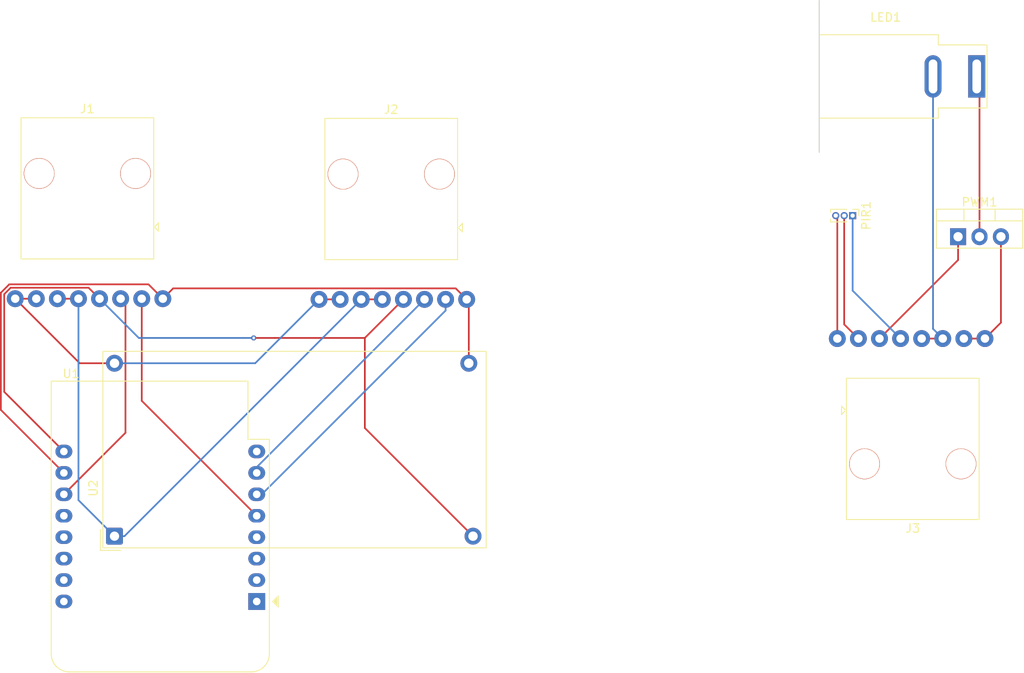
<source format=kicad_pcb>
(kicad_pcb (version 20241229) (generator "pcbnew") (generator_version "9.0")
  (layers (0 "F.Cu" signal) (2 "B.Cu" signal) (13 "F.Paste" user) (15 "B.Paste" user) (5 "F.SilkS" user "F.Silkscreen") (7 "B.SilkS" user "B.Silkscreen") (1 "F.Mask" user) (3 "B.Mask" user) (25 "Edge.Cuts" user))
  (net 0 "")
  (net 1 "/PIR1")
  (net 2 "+12V")
  (net 3 "+5V")
  (net 4 "GND")
  (net 5 "GND2")
  (net 6 "/LED1")
  (net 7 "/PIR2")
  (net 8 "/LED2")
  (net 17 "unconnected-(U1-D3-Pad12)")
  (net 19 "Net-(J3-Pad5)")
  (net 20 "Net-(PWM1-G)")
  (net 21 "Net-(PIR1-Pin_3)")
  (net 22 "Net-(PIR1-Pin_2)")
  (net 23 "Net-(PIR1-Pin_1)")
  (net 24 "Net-(PWM1-D)")
  (footprint "Connector_RJ:RJ45_breakout" (layer "F.Cu") (at 241.185 70.575)
    (property "Reference" "J3" (at 4.45 14 0) (layer "F.SilkS"))
    (property "Value" "RJ45")
    (fp_line (start -4 -0.5) (end -4 0.5) (stroke (width 0.12)) (layer "F.SilkS"))
    (fp_line (start -4 0.5) (end -3.5 0) (stroke (width 0.12)) (layer "F.SilkS"))
    (fp_line (start -3.5 0) (end -4 -0.5) (stroke (width 0.12)) (layer "F.SilkS"))
    (fp_line (start -3.42 -3.79) (end -3.42 12.95) (stroke (width 0.12)) (layer "F.SilkS"))
    (fp_line (start 12.3 -3.79) (end -3.42 -3.79) (stroke (width 0.12)) (layer "F.SilkS"))
    (fp_line (start 12.31 -3.79) (end 12.31 12.95) (stroke (width 0.12)) (layer "F.SilkS"))
    (fp_line (start 12.31 12.95) (end -3.42 12.95) (stroke (width 0.12)) (layer "F.SilkS"))
    (pad "" np_thru_hole circle (at -1.27 6.35) (size 3.65 3.65) (drill 3.45) (layers "*.Cu" "*.SilkS" "*.Mask"))
    (pad "" np_thru_hole circle (at 10.16 6.35) (size 3.65 3.65) (drill 3.45) (layers "*.Cu" "*.SilkS" "*.Mask"))
    (pad "1" thru_hole circle (at -4.5 -8.5) (size 2 2) (drill 1) (layers "*.Cu" "*.Mask") (net 21 "Net-(PIR1-Pin_3)"))
    (pad "2" thru_hole circle (at -2 -8.5) (size 2 2) (drill 1) (layers "*.Cu" "*.Mask") (net 22 "Net-(PIR1-Pin_2)"))
    (pad "3" thru_hole circle (at 0.5 -8.5) (size 2 2) (drill 1) (layers "*.Cu" "*.Mask") (net 20 "Net-(PWM1-G)"))
    (pad "4" thru_hole circle (at 3 -8.5) (size 2 2) (drill 1) (layers "*.Cu" "*.Mask") (net 23 "Net-(PIR1-Pin_1)"))
    (pad "5" thru_hole circle (at 5.5 -8.5) (size 2 2) (drill 1) (layers "*.Cu" "*.Mask") (net 19 "Net-(J3-Pad5)"))
    (pad "6" thru_hole circle (at 8 -8.5) (size 2 2) (drill 1) (layers "*.Cu" "*.Mask") (net 19 "Net-(J3-Pad5)"))
    (pad "7" thru_hole circle (at 10.5 -8.5) (size 2 2) (drill 1) (layers "*.Cu" "*.Mask") (net 21 "Net-(PIR1-Pin_3)"))
    (pad "8" thru_hole circle (at 13 -8.5) (size 2 2) (drill 1) (layers "*.Cu" "*.Mask") (net 21 "Net-(PIR1-Pin_3)"))
  )
  (footprint "Connector_BarrelJack:BarrelJack_SwitchcraftConxall_RAPC10U_Horizontal" (layer "F.Cu") (at 253.21 31)
    (property "Reference" "LED1" (at -10.8 -7 0) (layer "F.SilkS"))
    (property "Value" "Barrel_Jack")
    (fp_line (start -18.55 4.945) (end -4.55 4.945) (stroke (width 0.12)) (layer "F.SilkS"))
    (fp_line (start -4.55 -4.945) (end -18.55 -4.945) (stroke (width 0.12)) (layer "F.SilkS"))
    (fp_line (start -4.55 -3.74) (end -4.55 -4.945) (stroke (width 0.12)) (layer "F.SilkS"))
    (fp_line (start -4.55 3.74) (end 1.22 3.74) (stroke (width 0.12)) (layer "F.SilkS"))
    (fp_line (start -4.55 4.945) (end -4.55 3.74) (stroke (width 0.12)) (layer "F.SilkS"))
    (fp_line (start 1.22 -3.74) (end -4.55 -3.74) (stroke (width 0.12)) (layer "F.SilkS"))
    (fp_line (start 1.22 3.74) (end 1.22 -3.74) (stroke (width 0.12)) (layer "F.SilkS"))
    (fp_line (start -18.67 -9) (end -18.67 9) (stroke (width 0.12)) (layer "Edge.Cuts"))
    (pad "1" thru_hole rect (at 0 0) (size 2.02 5.02) (drill oval 1.02 4.02) (layers "*.Cu" "*.Mask") (net 24 "Net-(PWM1-D)"))
    (pad "2" thru_hole oval (at -5.18 0) (size 2.02 5.02) (drill oval 1.02 4.02) (layers "*.Cu" "*.Mask") (net 19 "Net-(J3-Pad5)"))
  )
  (footprint "Connector_RJ:RJ45_breakout" (layer "F.Cu") (at 188.25 48.9275 180)
    (property "Reference" "J2" (at 4.45 14 0) (layer "F.SilkS"))
    (property "Value" "RJ45")
    (fp_line (start 12.31 12.95) (end -3.42 12.95) (stroke (width 0.12)) (layer "F.SilkS"))
    (fp_line (start 12.31 -3.79) (end 12.31 12.95) (stroke (width 0.12)) (layer "F.SilkS"))
    (fp_line (start 12.3 -3.79) (end -3.42 -3.79) (stroke (width 0.12)) (layer "F.SilkS"))
    (fp_line (start -3.42 -3.79) (end -3.42 12.95) (stroke (width 0.12)) (layer "F.SilkS"))
    (fp_line (start -3.5 0) (end -4 -0.5) (stroke (width 0.12)) (layer "F.SilkS"))
    (fp_line (start -4 0.5) (end -3.5 0) (stroke (width 0.12)) (layer "F.SilkS"))
    (fp_line (start -4 -0.5) (end -4 0.5) (stroke (width 0.12)) (layer "F.SilkS"))
    (pad "" np_thru_hole circle (at -1.27 6.35 180) (size 3.65 3.65) (drill 3.45) (layers "*.Cu" "*.SilkS" "*.Mask"))
    (pad "" np_thru_hole circle (at 10.16 6.35 180) (size 3.65 3.65) (drill 3.45) (layers "*.Cu" "*.SilkS" "*.Mask"))
    (pad "1" thru_hole circle (at -4.5 -8.5 180) (size 2 2) (drill 1) (layers "*.Cu" "*.Mask") (net 5 "GND2"))
    (pad "2" thru_hole circle (at -2 -8.5 180) (size 2 2) (drill 1) (layers "*.Cu" "*.Mask") (net 7 "/PIR2"))
    (pad "3" thru_hole circle (at 0.5 -8.5 180) (size 2 2) (drill 1) (layers "*.Cu" "*.Mask") (net 8 "/LED2"))
    (pad "4" thru_hole circle (at 3 -8.5 180) (size 2 2) (drill 1) (layers "*.Cu" "*.Mask") (net 3 "+5V"))
    (pad "5" thru_hole circle (at 5.5 -8.5 180) (size 2 2) (drill 1) (layers "*.Cu" "*.Mask") (net 2 "+12V"))
    (pad "6" thru_hole circle (at 8 -8.5 180) (size 2 2) (drill 1) (layers "*.Cu" "*.Mask") (net 2 "+12V"))
    (pad "7" thru_hole circle (at 10.5 -8.5 180) (size 2 2) (drill 1) (layers "*.Cu" "*.Mask") (net 4 "GND"))
    (pad "8" thru_hole circle (at 13 -8.5 180) (size 2 2) (drill 1) (layers "*.Cu" "*.Mask") (net 4 "GND"))
  )
  (footprint "Connector_RJ:RJ45_breakout" (layer "F.Cu") (at 152.23 48.85 180)
    (property "Reference" "J1" (at 4.45 14 0) (layer "F.SilkS"))
    (property "Value" "RJ45")
    (fp_line (start 12.31 12.95) (end -3.42 12.95) (stroke (width 0.12)) (layer "F.SilkS"))
    (fp_line (start 12.31 -3.79) (end 12.31 12.95) (stroke (width 0.12)) (layer "F.SilkS"))
    (fp_line (start 12.3 -3.79) (end -3.42 -3.79) (stroke (width 0.12)) (layer "F.SilkS"))
    (fp_line (start -3.42 -3.79) (end -3.42 12.95) (stroke (width 0.12)) (layer "F.SilkS"))
    (fp_line (start -3.5 0) (end -4 -0.5) (stroke (width 0.12)) (layer "F.SilkS"))
    (fp_line (start -4 0.5) (end -3.5 0) (stroke (width 0.12)) (layer "F.SilkS"))
    (fp_line (start -4 -0.5) (end -4 0.5) (stroke (width 0.12)) (layer "F.SilkS"))
    (pad "" np_thru_hole circle (at -1.27 6.35 180) (size 3.65 3.65) (drill 3.45) (layers "*.Cu" "*.SilkS" "*.Mask"))
    (pad "" np_thru_hole circle (at 10.16 6.35 180) (size 3.65 3.65) (drill 3.45) (layers "*.Cu" "*.SilkS" "*.Mask"))
    (pad "1" thru_hole circle (at -4.5 -8.5 180) (size 2 2) (drill 1) (layers "*.Cu" "*.Mask") (net 5 "GND2"))
    (pad "2" thru_hole circle (at -2 -8.5 180) (size 2 2) (drill 1) (layers "*.Cu" "*.Mask") (net 1 "/PIR1"))
    (pad "3" thru_hole circle (at 0.5 -8.5 180) (size 2 2) (drill 1) (layers "*.Cu" "*.Mask") (net 6 "/LED1"))
    (pad "4" thru_hole circle (at 3 -8.5 180) (size 2 2) (drill 1) (layers "*.Cu" "*.Mask") (net 3 "+5V"))
    (pad "5" thru_hole circle (at 5.5 -8.5 180) (size 2 2) (drill 1) (layers "*.Cu" "*.Mask") (net 2 "+12V"))
    (pad "6" thru_hole circle (at 8 -8.5 180) (size 2 2) (drill 1) (layers "*.Cu" "*.Mask") (net 2 "+12V"))
    (pad "7" thru_hole circle (at 10.5 -8.5 180) (size 2 2) (drill 1) (layers "*.Cu" "*.Mask") (net 4 "GND"))
    (pad "8" thru_hole circle (at 13 -8.5 180) (size 2 2) (drill 1) (layers "*.Cu" "*.Mask") (net 4 "GND"))
  )
  (footprint "Package_TO_SOT_THT:TO-220-3_Vertical" (layer "F.Cu") (at 251 50)
    (property "Reference" "PWM1" (at 2.54 -4.1 0) (layer "F.SilkS"))
    (property "Value" "IRF520N")
    (fp_line (start -2.57 -3.26) (end 7.65 -3.26) (stroke (width 0.12)) (layer "F.SilkS"))
    (fp_line (start -2.57 -1.88) (end 7.65 -1.88) (stroke (width 0.12)) (layer "F.SilkS"))
    (fp_line (start -2.57 1.36) (end -2.57 -3.26) (stroke (width 0.12)) (layer "F.SilkS"))
    (fp_line (start 0.69 -3.26) (end 0.69 -1.88) (stroke (width 0.12)) (layer "F.SilkS"))
    (fp_line (start 4.39 -3.26) (end 4.39 -1.88) (stroke (width 0.12)) (layer "F.SilkS"))
    (fp_line (start 7.65 -3.26) (end 7.65 1.36) (stroke (width 0.12)) (layer "F.SilkS"))
    (fp_line (start 7.65 1.36) (end -2.57 1.36) (stroke (width 0.12)) (layer "F.SilkS"))
    (pad "1" thru_hole rect (at 0 0) (size 1.905 2) (drill 1.1) (layers "*.Cu" "*.Mask") (net 20 "Net-(PWM1-G)"))
    (pad "2" thru_hole oval (at 2.54 0) (size 1.905 2) (drill 1.1) (layers "*.Cu" "*.Mask") (net 24 "Net-(PWM1-D)"))
    (pad "3" thru_hole oval (at 5.08 0) (size 1.905 2) (drill 1.1) (layers "*.Cu" "*.Mask") (net 21 "Net-(PIR1-Pin_3)"))
  )
  (footprint "Connector_PinHeader_1.00mm:PinHeader_1x03_P1.00mm_Vertical" (layer "F.Cu") (at 238.5 47.5 -90)
    (property "Reference" "PIR1" (at 0 -1.61 90) (layer "F.SilkS"))
    (property "Value" "Conn_01x03_Pin")
    (fp_line (start -0.745 2.61) (end -0.41003 2.61) (stroke (width 0.12)) (layer "F.SilkS"))
    (fp_line (start 0.41003 2.61) (end 0.745 2.61) (stroke (width 0.12)) (layer "F.SilkS"))
    (fp_line (start -0.745 0.735) (end -0.745 2.61) (stroke (width 0.12)) (layer "F.SilkS"))
    (fp_line (start -0.745 0.735) (end -0.685565 0.735) (stroke (width 0.12)) (layer "F.SilkS"))
    (fp_line (start 0.685565 0.735) (end 0.745 0.735) (stroke (width 0.12)) (layer "F.SilkS"))
    (fp_line (start 0.745 0.735) (end 0.745 2.61) (stroke (width 0.12)) (layer "F.SilkS"))
    (fp_line (start -0.745 0) (end -0.745 -0.735) (stroke (width 0.12)) (layer "F.SilkS"))
    (fp_line (start -0.745 -0.735) (end 0 -0.735) (stroke (width 0.12)) (layer "F.SilkS"))
    (pad "1" thru_hole rect (at 0 0 270) (size 0.85 0.85) (drill 0.5) (layers "*.Cu" "*.Mask") (net 23 "Net-(PIR1-Pin_1)"))
    (pad "2" thru_hole circle (at 0 1 270) (size 0.85 0.85) (drill 0.5) (layers "*.Cu" "*.Mask") (net 22 "Net-(PIR1-Pin_2)"))
    (pad "3" thru_hole circle (at 0 2 270) (size 0.85 0.85) (drill 0.5) (layers "*.Cu" "*.Mask") (net 21 "Net-(PIR1-Pin_3)"))
  )
  (footprint "RF_Module:WEMOS_D1_mini_light" (layer "F.Cu") (at 167.86 93.24 180)
    (property "Reference" "U1" (at 22 27 0) (layer "F.SilkS"))
    (property "Value" "WEMOS_D1_mini")
    (fp_line (start 24.36 26.12) (end 24.36 -6.21) (stroke (width 0.12)) (layer "F.SilkS"))
    (fp_line (start 22.24 -8.34) (end 0.63 -8.34) (stroke (width 0.12)) (layer "F.SilkS"))
    (fp_line (start 1.04 26.12) (end 24.36 26.12) (stroke (width 0.12)) (layer "F.SilkS"))
    (fp_line (start 1.04 19.22) (end 1.04 26.12) (stroke (width 0.12)) (layer "F.SilkS"))
    (fp_line (start -1.5 19.22) (end 1.04 19.22) (stroke (width 0.12)) (layer "F.SilkS"))
    (fp_line (start -1.5 19.22) (end -1.5 -6.21) (stroke (width 0.12)) (layer "F.SilkS"))
    (fp_arc (start 22.23 -8.34) (mid 23.736137 -7.716137) (end 24.36 -6.21) (stroke (width 0.12)) (layer "F.SilkS"))
    (fp_arc (start -1.5 -6.21) (mid -0.876137 -7.716137) (end 0.63 -8.34) (stroke (width 0.12)) (layer "F.SilkS"))
    (fp_poly (pts (xy -2.54 -0.635) (xy -2.54 0.635) (xy -1.905 0)) (stroke (width 0.15)) (fill yes) (layer "F.SilkS"))
    (pad "1" thru_hole rect (at 0 0 180) (size 2 2) (drill 0.9) (layers "*.Cu" "*.Mask"))
    (pad "2" thru_hole oval (at 0 2.54 180) (size 2 1.6) (drill 0.9) (layers "*.Cu" "*.Mask"))
    (pad "3" thru_hole oval (at 0 5.08 180) (size 2 1.6) (drill 0.9) (layers "*.Cu" "*.Mask"))
    (pad "4" thru_hole oval (at 0 7.62 180) (size 2 1.6) (drill 0.9) (layers "*.Cu" "*.Mask"))
    (pad "5" thru_hole oval (at 0 10.16 180) (size 2 1.6) (drill 0.9) (layers "*.Cu" "*.Mask") (net 1 "/PIR1"))
    (pad "6" thru_hole oval (at 0 12.7 180) (size 2 1.6) (drill 0.9) (layers "*.Cu" "*.Mask") (net 7 "/PIR2"))
    (pad "7" thru_hole oval (at 0 15.24 180) (size 2 1.6) (drill 0.9) (layers "*.Cu" "*.Mask") (net 8 "/LED2"))
    (pad "8" thru_hole oval (at 0 17.78 180) (size 2 1.6) (drill 0.9) (layers "*.Cu" "*.Mask"))
    (pad "9" thru_hole oval (at 22.86 17.78 180) (size 2 1.6) (drill 0.9) (layers "*.Cu" "*.Mask") (net 3 "+5V"))
    (pad "10" thru_hole oval (at 22.86 15.24 180) (size 2 1.6) (drill 0.9) (layers "*.Cu" "*.Mask") (net 5 "GND2"))
    (pad "11" thru_hole oval (at 22.86 12.7 180) (size 2 1.6) (drill 0.9) (layers "*.Cu" "*.Mask") (net 6 "/LED1"))
    (pad "12" thru_hole oval (at 22.86 10.16 180) (size 2 1.6) (drill 0.9) (layers "*.Cu" "*.Mask") (net 17 "unconnected-(U1-D3-Pad12)"))
    (pad "13" thru_hole oval (at 22.86 7.62 180) (size 2 1.6) (drill 0.9) (layers "*.Cu" "*.Mask"))
    (pad "14" thru_hole oval (at 22.86 5.08 180) (size 2 1.6) (drill 0.9) (layers "*.Cu" "*.Mask"))
    (pad "15" thru_hole oval (at 22.86 2.54 180) (size 2 1.6) (drill 0.9) (layers "*.Cu" "*.Mask"))
    (pad "16" thru_hole oval (at 22.86 0 180) (size 2 1.6) (drill 0.9) (layers "*.Cu" "*.Mask"))
  )
  (footprint "Converter_DCDC:Converter_DCDC_LM2596" (layer "F.Cu") (at 151 85.5 90)
    (property "Reference" "U2" (at 5.69 -2.51 90) (layer "F.SilkS"))
    (property "Value" "LM2596S-5")
    (fp_line (start 0.77 -1.67) (end -1.68 -1.67) (stroke (width 0.12)) (layer "F.SilkS"))
    (fp_line (start -1.68 -1.67) (end -1.68 0.78) (stroke (width 0.12)) (layer "F.SilkS"))
    (fp_line (start 21.91 -1.38) (end 21.91 44.06) (stroke (width 0.12)) (layer "F.SilkS"))
    (fp_line (start -1.38 -1.38) (end 21.91 -1.38) (stroke (width 0.12)) (layer "F.SilkS"))
    (fp_line (start -1.38 -1.38) (end -1.38 44.06) (stroke (width 0.12)) (layer "F.SilkS"))
    (fp_line (start -1.38 44.06) (end 21.91 44.06) (stroke (width 0.12)) (layer "F.SilkS"))
    (pad "1" thru_hole roundrect (at 0 0) (size 2 2) (drill 1.1) (layers "*.Cu" "*.Mask") (roundrect_rratio 0.125) (net 2 "+12V"))
    (pad "2" thru_hole circle (at 20.5 0) (size 2 2) (drill 1.12) (layers "*.Cu" "*.Mask") (net 4 "GND"))
    (pad "3" thru_hole circle (at 0 42.5) (size 2 2) (drill 1.12) (layers "*.Cu" "*.Mask") (net 3 "+5V"))
    (pad "4" thru_hole circle (at 20.5 42) (size 2 2) (drill 1.12) (layers "*.Cu" "*.Mask") (net 5 "GND2"))
  )
  (segment (start 154.23 69.45) (end 154.23 57.35) (width 0.2) (layer "F.Cu") (net 1))
  (segment (start 167.86 83.08) (end 154.23 69.45) (width 0.2) (layer "F.Cu") (net 1))
  (segment (start 146.73 57.35) (end 144.23 57.35) (width 0.2) (layer "F.Cu") (net 2))
  (segment (start 182.75 57.4275) (end 180.25 57.4275) (width 0.2) (layer "F.Cu") (net 2))
  (segment (start 146.73 81.23) (end 146.73 57.35) (width 0.2) (layer "B.Cu") (net 2))
  (segment (start 152.1775 85.5) (end 180.25 57.4275) (width 0.2) (layer "B.Cu") (net 2))
  (segment (start 151 85.5) (end 146.73 81.23) (width 0.2) (layer "B.Cu") (net 2))
  (segment (start 151 85.5) (end 152.1775 85.5) (width 0.2) (layer "B.Cu") (net 2))
  (segment (start 180.6775 72.6775) (end 180.6775 62) (width 0.2) (layer "F.Cu") (net 3))
  (segment (start 193.5 85.5) (end 180.6775 72.6775) (width 0.2) (layer "F.Cu") (net 3))
  (segment (start 180.6775 62) (end 185.25 57.4275) (width 0.2) (layer "F.Cu") (net 3))
  (segment (start 145 75.46) (end 137.929 68.389) (width 0.2) (layer "F.Cu") (net 3))
  (segment (start 137.929 68.389) (end 137.929 56.811108) (width 0.2) (layer "F.Cu") (net 3))
  (segment (start 170 62) (end 180.6775 62) (width 0.2) (layer "F.Cu") (net 3))
  (segment (start 138.691108 56.049) (end 147.929 56.049) (width 0.2) (layer "F.Cu") (net 3))
  (segment (start 170 62) (end 167.5 62) (width 0.2) (layer "F.Cu") (net 3))
  (segment (start 137.929 56.811108) (end 138.691108 56.049) (width 0.2) (layer "F.Cu") (net 3))
  (segment (start 147.929 56.049) (end 149.23 57.35) (width 0.2) (layer "F.Cu") (net 3))
  (via (at 167.5 62) (size 0.6) (drill 0.3) (layers "F.Cu" "B.Cu") (net 3))
  (segment (start 153.88 62) (end 149.23 57.35) (width 0.2) (layer "B.Cu") (net 3))
  (segment (start 167.5 62) (end 153.88 62) (width 0.2) (layer "B.Cu") (net 3))
  (segment (start 141.73 57.35) (end 139.23 57.35) (width 0.2) (layer "F.Cu") (net 4))
  (segment (start 146.88 65) (end 139.23 57.35) (width 0.2) (layer "F.Cu") (net 4))
  (segment (start 151 65) (end 146.88 65) (width 0.2) (layer "F.Cu") (net 4))
  (segment (start 177.75 57.4275) (end 175.25 57.4275) (width 0.2) (layer "F.Cu") (net 4))
  (segment (start 167.6775 65) (end 175.25 57.4275) (width 0.2) (layer "B.Cu") (net 4))
  (segment (start 151 65) (end 167.6775 65) (width 0.2) (layer "B.Cu") (net 4))
  (segment (start 145 78) (end 137.528 70.528) (width 0.2) (layer "F.Cu") (net 5))
  (segment (start 193 65) (end 193 57.6775) (width 0.2) (layer "F.Cu") (net 5))
  (segment (start 138.525008 55.648) (end 155.028 55.648) (width 0.2) (layer "F.Cu") (net 5))
  (segment (start 137.528 70.528) (end 137.528 56.645008) (width 0.2) (layer "F.Cu") (net 5))
  (segment (start 157.9535 56.1265) (end 191.449 56.1265) (width 0.2) (layer "F.Cu") (net 5))
  (segment (start 137.528 56.645008) (end 138.525008 55.648) (width 0.2) (layer "F.Cu") (net 5))
  (segment (start 191.449 56.1265) (end 192.75 57.4275) (width 0.2) (layer "F.Cu") (net 5))
  (segment (start 156.73 57.35) (end 157.9535 56.1265) (width 0.2) (layer "F.Cu") (net 5))
  (segment (start 193 57.6775) (end 192.75 57.4275) (width 0.2) (layer "F.Cu") (net 5))
  (segment (start 155.028 55.648) (end 156.73 57.35) (width 0.2) (layer "F.Cu") (net 5))
  (segment (start 152.301 57.921) (end 151.73 57.35) (width 0.2) (layer "F.Cu") (net 6))
  (segment (start 152.301 73.239) (end 152.301 57.921) (width 0.2) (layer "F.Cu") (net 6))
  (segment (start 145 80.54) (end 152.301 73.239) (width 0.2) (layer "F.Cu") (net 6))
  (segment (start 145 80.54) (end 145 80.5) (width 0.2) (layer "B.Cu") (net 6))
  (segment (start 167.86 80.54) (end 168.46 80.54) (width 0.2) (layer "B.Cu") (net 7))
  (segment (start 190.25 58.75) (end 190.25 57.4275) (width 0.2) (layer "B.Cu") (net 7))
  (segment (start 168.46 80.54) (end 190.25 58.75) (width 0.2) (layer "B.Cu") (net 7))
  (segment (start 167.86 78) (end 167.86 77.3175) (width 0.2) (layer "B.Cu") (net 8))
  (segment (start 167.86 77.3175) (end 187.75 57.4275) (width 0.2) (layer "B.Cu") (net 8))
  (segment (start 145.782951 83.08) (end 145 83.08) (width 0.2) (layer "B.Cu") (net 17))
  (segment (start 246.685 62.075) (end 249.185 62.075) (width 0.2) (layer "F.Cu") (net 19))
  (segment (start 248.03 31) (end 248.03 60.92) (width 0.2) (layer "B.Cu") (net 19))
  (segment (start 248.03 60.92) (end 249.185 62.075) (width 0.2) (layer "B.Cu") (net 19))
  (segment (start 251 50) (end 251 52.76) (width 0.2) (layer "F.Cu") (net 20))
  (segment (start 251 52.76) (end 241.685 62.075) (width 0.2) (layer "F.Cu") (net 20))
  (segment (start 256.08 60.18) (end 256.08 50) (width 0.2) (layer "F.Cu") (net 21))
  (segment (start 236.685 62.075) (end 236.685 47.685) (width 0.2) (layer "F.Cu") (net 21))
  (segment (start 254.185 62.075) (end 256.08 60.18) (width 0.2) (layer "F.Cu") (net 21))
  (segment (start 251.685 62.075) (end 254.185 62.075) (width 0.2) (layer "F.Cu") (net 21))
  (segment (start 236.685 47.685) (end 236.5 47.5) (width 0.2) (layer "F.Cu") (net 21))
  (segment (start 237.5 47.5) (end 237.5 60.39) (width 0.2) (layer "F.Cu") (net 22))
  (segment (start 237.5 60.39) (end 239.185 62.075) (width 0.2) (layer "F.Cu") (net 22))
  (segment (start 238.5 56.39) (end 238.5 47.5) (width 0.2) (layer "B.Cu") (net 23))
  (segment (start 244.185 62.075) (end 238.5 56.39) (width 0.2) (layer "B.Cu") (net 23))
  (segment (start 253.54 50) (end 253.54 31.33) (width 0.2) (layer "F.Cu") (net 24))
  (segment (start 253.54 31.33) (end 253.21 31) (width 0.2) (layer "F.Cu") (net 24))
)
</source>
